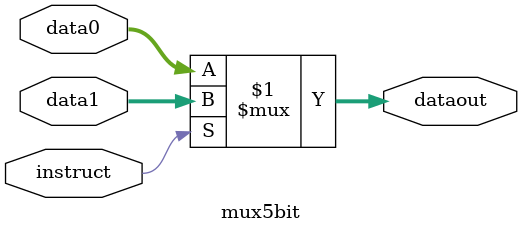
<source format=v>
`timescale 1ns / 1ps

//¶þÑ¡Ò»5Î»Êý¾ÝÑ¡ÔñÆ÷
module mux5bit(
    input instruct,
    input [4:0] data0,
    input [4:0] data1,
    output [4:0] dataout
    );
//instruct=0 data0
//instruct=1 data1
assign dataout = instruct ? data1 : data0;
endmodule

</source>
